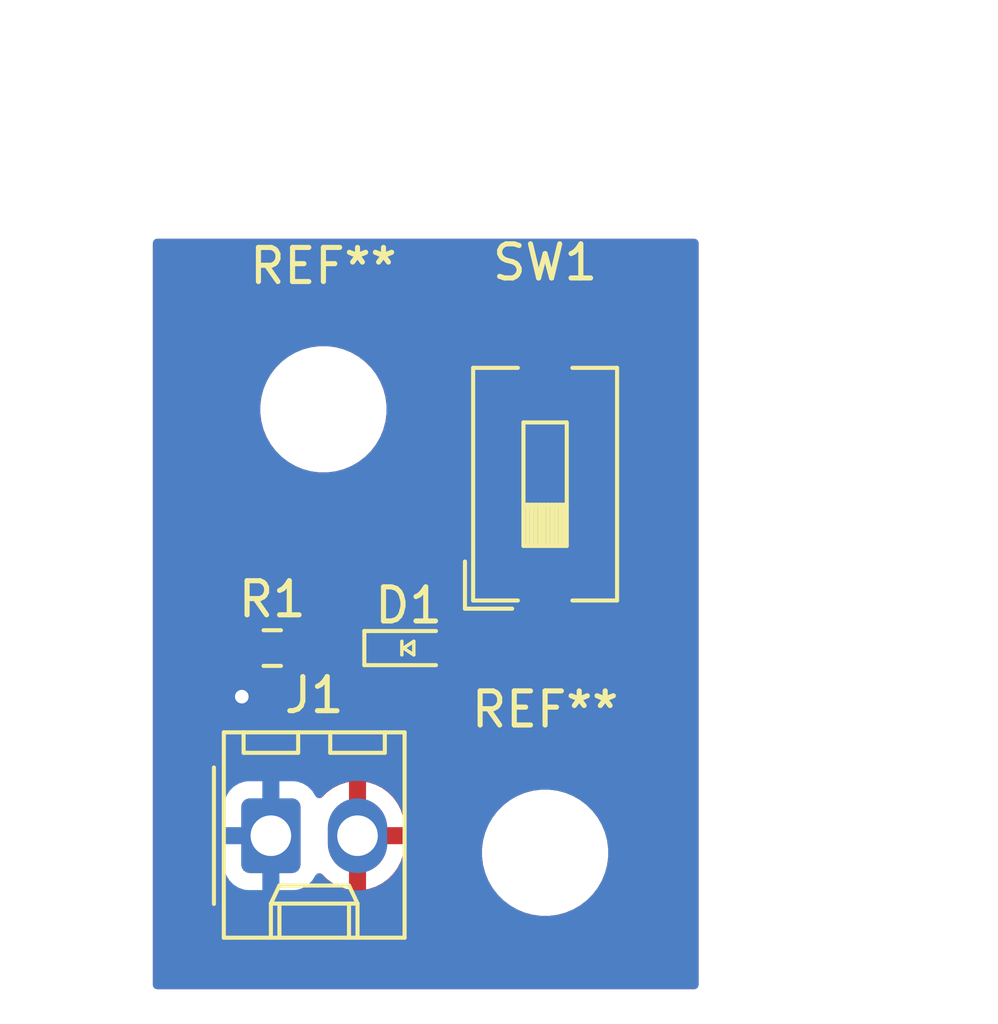
<source format=kicad_pcb>
(kicad_pcb (version 20240108) (generator "pcbnew") (generator_version "8.0")
  (title_block (title "LED Project") (date "2024-09-22") (rev "1.0") (company "Illini Solar Car") (comment 1 "Designed By Michael Torres"))
  (layers (0 "F.Cu" signal) (31 "B.Cu" signal) (34 "B.Paste" user) (35 "F.Paste" user) (36 "B.SilkS" user "B.Silkscreen") (37 "F.SilkS" user "F.Silkscreen") (38 "B.Mask" user) (39 "F.Mask" user) (44 "Edge.Cuts" user))
  (net 0 "")
  (net 1 "GND")
  (net 2 "Net-(D1-A)")
  (net 3 "+3V3")
  (net 4 "Net-(R1-Pad1)")
  (footprint "Button_Switch_SMD:SW_DIP_SPSTx01_Slide_6.7x4.1mm_W8.61mm_P2.54mm_LowProfile" (layer "F.Cu") (at 120.5 57.195 90)
    (property "Reference" "SW1" (at 6.5 0 180) (layer "F.SilkS"))
    (property "Value" "SW_Push")
    (fp_line (start -3.65 -2.35) (end -2.267 -2.35) (stroke (width 0.12)) (layer "F.SilkS"))
    (fp_line (start -3.65 -2.35) (end -3.65 -0.967) (stroke (width 0.12)) (layer "F.SilkS"))
    (fp_line (start 3.41 -2.11) (end 3.41 -0.8) (stroke (width 0.12)) (layer "F.SilkS"))
    (fp_line (start -3.41 -2.11) (end 3.41 -2.11) (stroke (width 0.12)) (layer "F.SilkS"))
    (fp_line (start -3.41 -2.11) (end -3.41 -0.8) (stroke (width 0.12)) (layer "F.SilkS"))
    (fp_line (start 1.81 -0.635) (end -1.81 -0.635) (stroke (width 0.12)) (layer "F.SilkS"))
    (fp_line (start -0.603333 -0.635) (end -0.603333 0.635) (stroke (width 0.12)) (layer "F.SilkS"))
    (fp_line (start -1.81 -0.635) (end -1.81 0.635) (stroke (width 0.12)) (layer "F.SilkS"))
    (fp_line (start -1.81 -0.515) (end -0.603333 -0.515) (stroke (width 0.12)) (layer "F.SilkS"))
    (fp_line (start -1.81 -0.395) (end -0.603333 -0.395) (stroke (width 0.12)) (layer "F.SilkS"))
    (fp_line (start -1.81 -0.275) (end -0.603333 -0.275) (stroke (width 0.12)) (layer "F.SilkS"))
    (fp_line (start -1.81 -0.155) (end -0.603333 -0.155) (stroke (width 0.12)) (layer "F.SilkS"))
    (fp_line (start -1.81 -0.035) (end -0.603333 -0.035) (stroke (width 0.12)) (layer "F.SilkS"))
    (fp_line (start -1.81 0.085) (end -0.603333 0.085) (stroke (width 0.12)) (layer "F.SilkS"))
    (fp_line (start -1.81 0.205) (end -0.603333 0.205) (stroke (width 0.12)) (layer "F.SilkS"))
    (fp_line (start -1.81 0.325) (end -0.603333 0.325) (stroke (width 0.12)) (layer "F.SilkS"))
    (fp_line (start -1.81 0.445) (end -0.603333 0.445) (stroke (width 0.12)) (layer "F.SilkS"))
    (fp_line (start -1.81 0.565) (end -0.603333 0.565) (stroke (width 0.12)) (layer "F.SilkS"))
    (fp_line (start 1.81 0.635) (end 1.81 -0.635) (stroke (width 0.12)) (layer "F.SilkS"))
    (fp_line (start -1.81 0.635) (end 1.81 0.635) (stroke (width 0.12)) (layer "F.SilkS"))
    (fp_line (start 3.41 0.8) (end 3.41 2.11) (stroke (width 0.12)) (layer "F.SilkS"))
    (fp_line (start -3.41 0.8) (end -3.41 2.11) (stroke (width 0.12)) (layer "F.SilkS"))
    (fp_line (start -3.41 2.11) (end 3.41 2.11) (stroke (width 0.12)) (layer "F.SilkS"))
    (pad "1" smd rect (at -4.305 0 90) (size 2.44 1.12) (layers "F.Cu" "F.Paste" "F.Mask") (net 3 "+3V3"))
    (pad "2" smd rect (at 4.305 0 90) (size 2.44 1.12) (layers "F.Cu" "F.Paste" "F.Mask") (net 4 "Net-(R1-Pad1)"))
  )
  (footprint "Resistor_SMD:R_0603_1608Metric_Pad0.98x0.95mm_HandSolder" (layer "F.Cu") (at 112.5 62)
    (property "Reference" "R1" (at 0 -1.43 0) (layer "F.SilkS"))
    (property "Value" "105")
    (fp_line (start -0.254724 -0.5225) (end 0.254724 -0.5225) (stroke (width 0.12)) (layer "F.SilkS"))
    (fp_line (start -0.254724 0.5225) (end 0.254724 0.5225) (stroke (width 0.12)) (layer "F.SilkS"))
    (pad "1" smd roundrect (at -0.9125 0) (size 0.975 0.95) (layers "F.Cu" "F.Paste" "F.Mask") (net 4 "Net-(R1-Pad1)"))
    (pad "2" smd roundrect (at 0.9125 0) (size 0.975 0.95) (layers "F.Cu" "F.Paste" "F.Mask") (net 2 "Net-(D1-A)"))
  )
  (footprint "MountingHole:MountingHole_3.2mm_M3" (layer "F.Cu") (at 120.5 68)
    (property "Reference" "REF**" (at 0 -4.2 0) (layer "F.SilkS"))
    (property "Value" "MountingHole_3.2mm_M3")
    (pad "" np_thru_hole circle (at 0 0) (size 3.2 3.2) (drill 3.2) (layers "*.Cu" "*.Mask"))
  )
  (footprint "Connector_Molex:Molex_KK-254_AE-6410-02A_1x02_P2.54mm_Vertical" (layer "F.Cu") (at 112.46 67.5)
    (property "Reference" "J1" (at 1.27 -4.12 0) (layer "F.SilkS"))
    (property "Value" "Conn_01x02")
    (fp_line (start -1.67 -2) (end -1.67 2) (stroke (width 0.12)) (layer "F.SilkS"))
    (fp_line (start -1.38 -3.03) (end -1.38 2.99) (stroke (width 0.12)) (layer "F.SilkS"))
    (fp_line (start -1.38 2.99) (end 3.92 2.99) (stroke (width 0.12)) (layer "F.SilkS"))
    (fp_line (start -0.8 -3.03) (end -0.8 -2.43) (stroke (width 0.12)) (layer "F.SilkS"))
    (fp_line (start -0.8 -2.43) (end 0.8 -2.43) (stroke (width 0.12)) (layer "F.SilkS"))
    (fp_line (start 0 1.99) (end 0.25 1.46) (stroke (width 0.12)) (layer "F.SilkS"))
    (fp_line (start 0 1.99) (end 2.54 1.99) (stroke (width 0.12)) (layer "F.SilkS"))
    (fp_line (start 0 2.99) (end 0 1.99) (stroke (width 0.12)) (layer "F.SilkS"))
    (fp_line (start 0.25 1.46) (end 2.29 1.46) (stroke (width 0.12)) (layer "F.SilkS"))
    (fp_line (start 0.25 2.99) (end 0.25 1.99) (stroke (width 0.12)) (layer "F.SilkS"))
    (fp_line (start 0.8 -2.43) (end 0.8 -3.03) (stroke (width 0.12)) (layer "F.SilkS"))
    (fp_line (start 1.74 -3.03) (end 1.74 -2.43) (stroke (width 0.12)) (layer "F.SilkS"))
    (fp_line (start 1.74 -2.43) (end 3.34 -2.43) (stroke (width 0.12)) (layer "F.SilkS"))
    (fp_line (start 2.29 1.46) (end 2.54 1.99) (stroke (width 0.12)) (layer "F.SilkS"))
    (fp_line (start 2.29 2.99) (end 2.29 1.99) (stroke (width 0.12)) (layer "F.SilkS"))
    (fp_line (start 2.54 1.99) (end 2.54 2.99) (stroke (width 0.12)) (layer "F.SilkS"))
    (fp_line (start 3.34 -2.43) (end 3.34 -3.03) (stroke (width 0.12)) (layer "F.SilkS"))
    (fp_line (start 3.92 -3.03) (end -1.38 -3.03) (stroke (width 0.12)) (layer "F.SilkS"))
    (fp_line (start 3.92 2.99) (end 3.92 -3.03) (stroke (width 0.12)) (layer "F.SilkS"))
    (pad "1" thru_hole roundrect (at 0 0) (size 1.74 2.19) (drill 1.19) (layers "*.Cu" "*.Mask") (roundrect_rratio 0.143678) (net 1 "GND"))
    (pad "2" thru_hole oval (at 2.54 0) (size 1.74 2.19) (drill 1.19) (layers "*.Cu" "*.Mask") (net 3 "+3V3"))
  )
  (footprint "layout:LED_0603_Symbol_on_F.SilkS" (layer "F.Cu") (at 116.5 62)
    (property "Reference" "D1" (at 0 -1.25 0) (layer "F.SilkS"))
    (property "Value" "LED_RED")
    (fp_line (start -1.3 -0.5) (end -1.3 0.5) (stroke (width 0.12)) (layer "F.SilkS"))
    (fp_line (start -1.3 -0.5) (end 0.8 -0.5) (stroke (width 0.12)) (layer "F.SilkS"))
    (fp_line (start -1.3 0.5) (end 0.8 0.5) (stroke (width 0.12)) (layer "F.SilkS"))
    (fp_line (start -0.2 -0.2) (end -0.2 0.2) (stroke (width 0.1)) (layer "F.SilkS"))
    (fp_line (start -0.15 0) (end 0.15 -0.2) (stroke (width 0.1)) (layer "F.SilkS"))
    (fp_line (start 0.15 -0.2) (end 0.15 0.2) (stroke (width 0.1)) (layer "F.SilkS"))
    (fp_line (start 0.15 0.2) (end -0.15 0) (stroke (width 0.1)) (layer "F.SilkS"))
    (pad "1" smd rect (at -0.8 0 180) (size 0.8 0.8) (layers "F.Cu" "F.Paste" "F.Mask") (net 1 "GND"))
    (pad "2" smd rect (at 0.8 0 180) (size 0.8 0.8) (layers "F.Cu" "F.Paste" "F.Mask") (net 2 "Net-(D1-A)"))
  )
  (footprint "MountingHole:MountingHole_3.2mm_M3" (layer "F.Cu") (at 114 55)
    (property "Reference" "REF**" (at 0 -4.2 0) (layer "F.SilkS"))
    (property "Value" "MountingHole_3.2mm_M3")
    (pad "" np_thru_hole circle (at 0 0) (size 3.2 3.2) (drill 3.2) (layers "*.Cu" "*.Mask"))
  )
  (segment (start 115.7 62) (end 115.7 62.989) (width 0.25) (layer "F.Cu") (net 1))
  (segment (start 115.7 62.989) (end 115.2652 63.4238) (width 0.25) (layer "F.Cu") (net 1))
  (segment (start 115.2652 63.4238) (end 111.6076 63.4238) (width 0.25) (layer "F.Cu") (net 1))
  (via (at 111.6076 63.4238) (size 0.8) (drill 0.4) (layers "F.Cu" "B.Cu") (net 1))
  (segment (start 114.3508 60.6552) (end 114.3 60.6044) (width 0.25) (layer "F.Cu") (net 2))
  (segment (start 116.7892 60.6552) (end 114.3508 60.6552) (width 0.25) (layer "F.Cu") (net 2))
  (segment (start 113.8682 60.6044) (end 113.4125 61.0601) (width 0.25) (layer "F.Cu") (net 2))
  (segment (start 113.4125 61.0601) (end 113.4125 62) (width 0.25) (layer "F.Cu") (net 2))
  (segment (start 117.3 61.166) (end 116.7892 60.6552) (width 0.25) (layer "F.Cu") (net 2))
  (segment (start 114.3 60.6044) (end 113.8682 60.6044) (width 0.25) (layer "F.Cu") (net 2))
  (segment (start 117.3 62) (end 117.3 61.166) (width 0.25) (layer "F.Cu") (net 2))
  (segment (start 115.443 59.3598) (end 117.8306 56.9722) (width 0.25) (layer "F.Cu") (net 4))
  (segment (start 120.4674 52.8574) (end 120.5 52.89) (width 0.25) (layer "F.Cu") (net 4))
  (segment (start 111.5875 60.5483) (end 112.776 59.3598) (width 0.25) (layer "F.Cu") (net 4))
  (segment (start 117.8306 56.9722) (end 117.8306 53.8734) (width 0.25) (layer "F.Cu") (net 4))
  (segment (start 112.776 59.3598) (end 115.443 59.3598) (width 0.25) (layer "F.Cu") (net 4))
  (segment (start 111.5875 62) (end 111.5875 60.5483) (width 0.25) (layer "F.Cu") (net 4))
  (segment (start 118.8466 52.8574) (end 120.4674 52.8574) (width 0.25) (layer "F.Cu") (net 4))
  (segment (start 117.8306 53.8734) (end 118.8466 52.8574) (width 0.25) (layer "F.Cu") (net 4))
  (zone (net 3) (net_name "+3V3") (layer "F.Cu") (connect_pads (clearance 0.508)) (min_thickness 0.25) (fill yes (thermal_gap 0.5) (thermal_bridge_width 0.5))
    (polygon (pts (xy 109 50) (xy 109 72) (xy 125 72) (xy 125 50)))
  )
  (zone (net 1) (net_name "GND") (layer "B.Cu") (priority 1) (connect_pads (clearance 0.508)) (min_thickness 0.25) (fill yes (thermal_gap 0.5) (thermal_bridge_width 0.5))
    (polygon (pts (xy 109 50) (xy 109 72) (xy 125 72) (xy 125 50)))
  )
)
</source>
